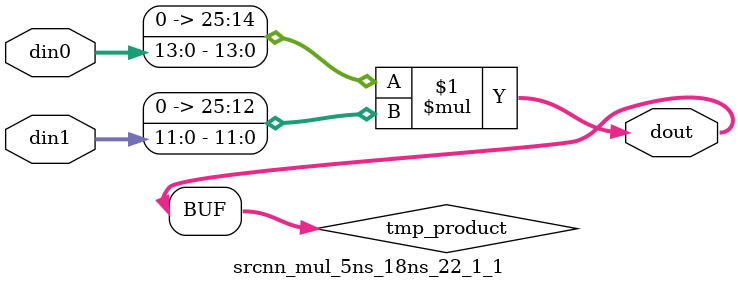
<source format=v>

`timescale 1 ns / 1 ps

  module srcnn_mul_5ns_18ns_22_1_1(din0, din1, dout);
parameter ID = 1;
parameter NUM_STAGE = 0;
parameter din0_WIDTH = 14;
parameter din1_WIDTH = 12;
parameter dout_WIDTH = 26;

input [din0_WIDTH - 1 : 0] din0; 
input [din1_WIDTH - 1 : 0] din1; 
output [dout_WIDTH - 1 : 0] dout;

wire signed [dout_WIDTH - 1 : 0] tmp_product;










assign tmp_product = $signed({1'b0, din0}) * $signed({1'b0, din1});











assign dout = tmp_product;







endmodule

</source>
